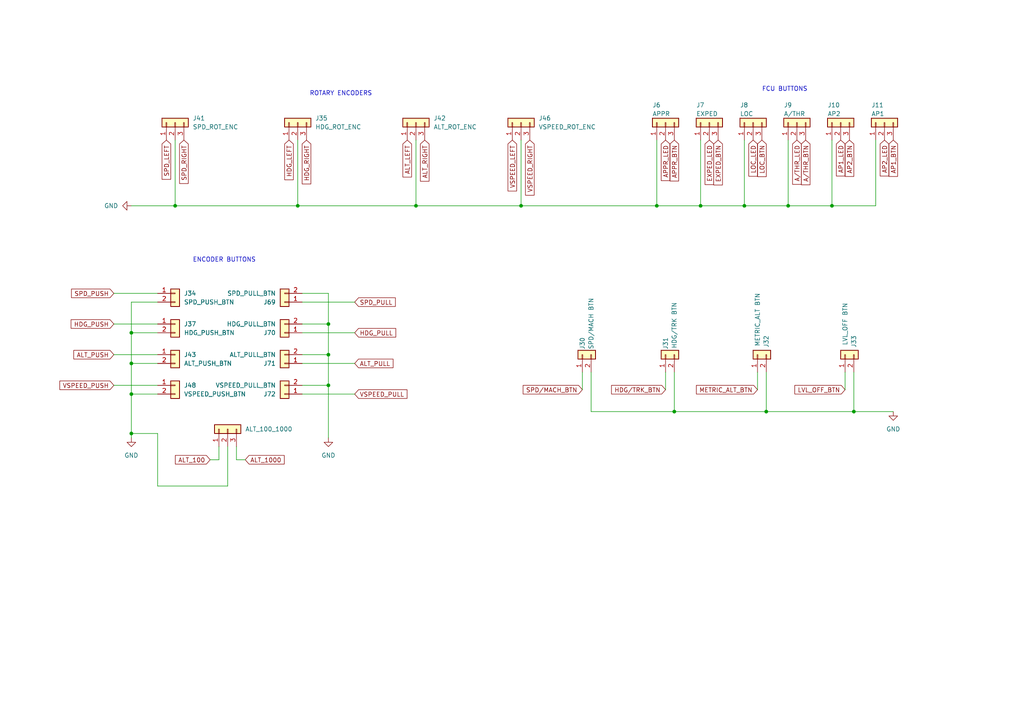
<source format=kicad_sch>
(kicad_sch (version 20231120) (generator "eeschema") (generator_version "8.0")
  (paper "A4")
  (title_block (title "FCU Mainboard schematics") (date "2024-03-05") (rev "1.0"))
  (lib_symbols
    (symbol "Connector_Generic:Conn_01x02" (pin_names (offset 1.016) hide)
      (property "Reference" "J" (at 0 2.54 0))
      (property "Value" "Conn_01x02" (at 0 -5.08 0))
      (symbol "Conn_01x02_1_1"
        (rectangle (start -1.27 -2.413) (end 0 -2.667) (stroke (width 0.1524)))
        (rectangle (start -1.27 0.127) (end 0 -0.127) (stroke (width 0.1524)))
        (rectangle (start -1.27 1.27) (end 1.27 -3.81) (stroke (width 0.254)) (fill (type background)))
        (pin passive line (at -5.08 0 0) (length 3.81) (name "Pin_1") (number "1"))
        (pin passive line (at -5.08 -2.54 0) (length 3.81) (name "Pin_2") (number "2"))
      )
    )
    (symbol "Connector_Generic:Conn_01x03" (pin_names (offset 1.016) hide)
      (property "Reference" "J" (at 0 5.08 0))
      (property "Value" "Conn_01x03" (at 0 -5.08 0))
      (symbol "Conn_01x03_1_1"
        (rectangle (start -1.27 -2.413) (end 0 -2.667) (stroke (width 0.1524)))
        (rectangle (start -1.27 0.127) (end 0 -0.127) (stroke (width 0.1524)))
        (rectangle (start -1.27 2.667) (end 0 2.413) (stroke (width 0.1524)))
        (rectangle (start -1.27 3.81) (end 1.27 -3.81) (stroke (width 0.254)) (fill (type background)))
        (pin passive line (at -5.08 2.54 0) (length 3.81) (name "Pin_1") (number "1"))
        (pin passive line (at -5.08 0 0) (length 3.81) (name "Pin_2") (number "2"))
        (pin passive line (at -5.08 -2.54 0) (length 3.81) (name "Pin_3") (number "3"))
      )
    )
    (symbol "power:GND" (power) (pin_names (offset 0))
      (property "Value" "GND" (at 0 -3.81 0))
      (symbol "GND_0_1"
        (polyline (pts (xy 0 0) (xy 0 -1.27) (xy 1.27 -1.27) (xy 0 -2.54) (xy -1.27 -1.27) (xy 0 -1.27)))
      )
      (symbol "GND_1_1"
        (pin power_in line (at 0 0 270) (length 0) hide (name "GND") (number "1"))
      )
    )
  )
  (junction (at 95.25 111.76))
  (junction (at 38.1 96.52))
  (junction (at 241.3 59.69))
  (junction (at 86.36 59.69))
  (junction (at 38.1 125.73))
  (junction (at 228.6 59.69))
  (junction (at 215.9 59.69))
  (junction (at 190.5 59.69))
  (junction (at 195.58 119.38))
  (junction (at 151.13 59.69))
  (junction (at 38.1 105.41))
  (junction (at 38.1 114.3))
  (junction (at 95.25 102.87))
  (junction (at 222.25 119.38))
  (junction (at 203.2 59.69))
  (junction (at 247.65 119.38))
  (junction (at 95.25 93.98))
  (junction (at 50.8 59.69))
  (junction (at 120.65 59.69))
  (wire (pts (xy 66.04 129.54) (xy 66.04 140.97)))
  (wire (pts (xy 222.25 107.95) (xy 222.25 119.38)))
  (wire (pts (xy 245.11 107.95) (xy 245.11 113.03)))
  (wire (pts (xy 87.63 105.41) (xy 102.87 105.41)))
  (wire (pts (xy 215.9 59.69) (xy 228.6 59.69)))
  (wire (pts (xy 87.63 102.87) (xy 95.25 102.87)))
  (wire (pts (xy 87.63 93.98) (xy 95.25 93.98)))
  (wire (pts (xy 151.13 59.69) (xy 190.5 59.69)))
  (wire (pts (xy 38.1 114.3) (xy 45.72 114.3)))
  (wire (pts (xy 215.9 40.64) (xy 215.9 59.69)))
  (wire (pts (xy 71.12 133.35) (xy 68.58 133.35)))
  (wire (pts (xy 87.63 111.76) (xy 95.25 111.76)))
  (wire (pts (xy 38.1 125.73) (xy 38.1 127)))
  (wire (pts (xy 33.02 85.09) (xy 45.72 85.09)))
  (wire (pts (xy 228.6 59.69) (xy 241.3 59.69)))
  (wire (pts (xy 228.6 40.64) (xy 228.6 59.69)))
  (wire (pts (xy 45.72 140.97) (xy 45.72 125.73)))
  (wire (pts (xy 60.96 133.35) (xy 63.5 133.35)))
  (wire (pts (xy 87.63 114.3) (xy 102.87 114.3)))
  (wire (pts (xy 203.2 59.69) (xy 215.9 59.69)))
  (wire (pts (xy 38.1 105.41) (xy 38.1 114.3)))
  (wire (pts (xy 50.8 40.64) (xy 50.8 59.69)))
  (wire (pts (xy 86.36 59.69) (xy 50.8 59.69)))
  (wire (pts (xy 190.5 59.69) (xy 203.2 59.69)))
  (wire (pts (xy 222.25 119.38) (xy 247.65 119.38)))
  (wire (pts (xy 45.72 87.63) (xy 38.1 87.63)))
  (wire (pts (xy 33.02 102.87) (xy 45.72 102.87)))
  (wire (pts (xy 241.3 59.69) (xy 254 59.69)))
  (wire (pts (xy 241.3 40.64) (xy 241.3 59.69)))
  (wire (pts (xy 168.91 107.95) (xy 168.91 113.03)))
  (wire (pts (xy 33.02 111.76) (xy 45.72 111.76)))
  (wire (pts (xy 87.63 96.52) (xy 102.87 96.52)))
  (wire (pts (xy 38.1 87.63) (xy 38.1 96.52)))
  (wire (pts (xy 247.65 107.95) (xy 247.65 119.38)))
  (wire (pts (xy 66.04 140.97) (xy 45.72 140.97)))
  (wire (pts (xy 38.1 96.52) (xy 38.1 105.41)))
  (wire (pts (xy 95.25 111.76) (xy 95.25 127)))
  (wire (pts (xy 247.65 119.38) (xy 259.08 119.38)))
  (wire (pts (xy 120.65 59.69) (xy 86.36 59.69)))
  (wire (pts (xy 195.58 107.95) (xy 195.58 119.38)))
  (wire (pts (xy 151.13 40.64) (xy 151.13 59.69)))
  (wire (pts (xy 190.5 40.64) (xy 190.5 59.69)))
  (wire (pts (xy 171.45 119.38) (xy 195.58 119.38)))
  (wire (pts (xy 254 59.69) (xy 254 40.64)))
  (wire (pts (xy 151.13 59.69) (xy 120.65 59.69)))
  (wire (pts (xy 193.04 107.95) (xy 193.04 113.03)))
  (wire (pts (xy 50.8 59.69) (xy 38.1 59.69)))
  (wire (pts (xy 38.1 114.3) (xy 38.1 125.73)))
  (wire (pts (xy 219.71 107.95) (xy 219.71 113.03)))
  (wire (pts (xy 87.63 87.63) (xy 102.87 87.63)))
  (wire (pts (xy 195.58 119.38) (xy 222.25 119.38)))
  (wire (pts (xy 45.72 125.73) (xy 38.1 125.73)))
  (wire (pts (xy 95.25 85.09) (xy 95.25 93.98)))
  (wire (pts (xy 95.25 93.98) (xy 95.25 102.87)))
  (wire (pts (xy 87.63 85.09) (xy 95.25 85.09)))
  (wire (pts (xy 68.58 133.35) (xy 68.58 129.54)))
  (wire (pts (xy 63.5 133.35) (xy 63.5 129.54)))
  (wire (pts (xy 33.02 93.98) (xy 45.72 93.98)))
  (wire (pts (xy 38.1 105.41) (xy 45.72 105.41)))
  (wire (pts (xy 171.45 107.95) (xy 171.45 119.38)))
  (wire (pts (xy 120.65 40.64) (xy 120.65 59.69)))
  (wire (pts (xy 203.2 40.64) (xy 203.2 59.69)))
  (wire (pts (xy 86.36 40.64) (xy 86.36 59.69)))
  (wire (pts (xy 95.25 102.87) (xy 95.25 111.76)))
  (wire (pts (xy 38.1 96.52) (xy 45.72 96.52)))
  (text "ROTARY ENCODERS" (at 107.95 27.94 0) (effects (font (size 1.27 1.27)) (justify right bottom)))
  (text "ENCODER BUTTONS" (at 55.88 76.2 0) (effects (font (size 1.27 1.27)) (justify left bottom)))
  (text "FCU BUTTONS" (at 220.98 26.67 0) (effects (font (size 1.27 1.27)) (justify left bottom)))
  (global_label "ALT_PULL" (shape input) (at 102.87 105.41 0) (property "Intersheetrefs" "${INTERSHEET_REFS}" (effects (hide yes))))
  (global_label "ALT_PUSH" (shape input) (at 33.02 102.87 180) (property "Intersheetrefs" "${INTERSHEET_REFS}" (effects (hide yes))))
  (global_label "AP2_BTN" (shape input) (at 246.38 40.64 270) (property "Intersheetrefs" "${INTERSHEET_REFS}" (effects (hide yes))))
  (global_label "SPD_RIGHT" (shape input) (at 53.34 40.64 270) (property "Intersheetrefs" "${INTERSHEET_REFS}" (effects (hide yes))))
  (global_label "EXPED_BTN" (shape input) (at 208.28 40.64 270) (property "Intersheetrefs" "${INTERSHEET_REFS}" (effects (hide yes))))
  (global_label "LOC_BTN" (shape input) (at 220.98 40.64 270) (property "Intersheetrefs" "${INTERSHEET_REFS}" (effects (hide yes))))
  (global_label "APPR_BTN" (shape input) (at 195.58 40.64 270) (property "Intersheetrefs" "${INTERSHEET_REFS}" (effects (hide yes))))
  (global_label "A{slash}THR_BTN" (shape input) (at 233.68 40.64 270) (property "Intersheetrefs" "${INTERSHEET_REFS}" (effects (hide yes))))
  (global_label "AP1_LED" (shape input) (at 243.84 40.64 270) (property "Intersheetrefs" "${INTERSHEET_REFS}" (effects (hide yes))))
  (global_label "HDG{slash}TRK_BTN" (shape input) (at 193.04 113.03 180) (property "Intersheetrefs" "${INTERSHEET_REFS}" (effects (hide yes))))
  (global_label "ALT_100" (shape input) (at 60.96 133.35 180) (property "Intersheetrefs" "${INTERSHEET_REFS}" (effects (hide yes))))
  (global_label "VSPEED_RIGHT" (shape input) (at 153.67 40.64 270) (property "Intersheetrefs" "${INTERSHEET_REFS}" (effects (hide yes))))
  (global_label "SPD_LEFT" (shape input) (at 48.26 40.64 270) (property "Intersheetrefs" "${INTERSHEET_REFS}" (effects (hide yes))))
  (global_label "ALT_RIGHT" (shape input) (at 123.19 40.64 270) (property "Intersheetrefs" "${INTERSHEET_REFS}" (effects (hide yes))))
  (global_label "APPR_LED" (shape input) (at 193.04 40.64 270) (property "Intersheetrefs" "${INTERSHEET_REFS}" (effects (hide yes))))
  (global_label "ALT_1000" (shape input) (at 71.12 133.35 0) (property "Intersheetrefs" "${INTERSHEET_REFS}" (effects (hide yes))))
  (global_label "HDG_LEFT" (shape input) (at 83.82 40.64 270) (property "Intersheetrefs" "${INTERSHEET_REFS}" (effects (hide yes))))
  (global_label "ALT_LEFT" (shape input) (at 118.11 40.64 270) (property "Intersheetrefs" "${INTERSHEET_REFS}" (effects (hide yes))))
  (global_label "LOC_LED" (shape input) (at 218.44 40.64 270) (property "Intersheetrefs" "${INTERSHEET_REFS}" (effects (hide yes))))
  (global_label "SPD_PULL" (shape input) (at 102.87 87.63 0) (property "Intersheetrefs" "${INTERSHEET_REFS}" (effects (hide yes))))
  (global_label "EXPED_LED" (shape input) (at 205.74 40.64 270) (property "Intersheetrefs" "${INTERSHEET_REFS}" (effects (hide yes))))
  (global_label "SPD{slash}MACH_BTN" (shape input) (at 168.91 113.03 180) (property "Intersheetrefs" "${INTERSHEET_REFS}" (effects (hide yes))))
  (global_label "SPD_PUSH" (shape input) (at 33.02 85.09 180) (property "Intersheetrefs" "${INTERSHEET_REFS}" (effects (hide yes))))
  (global_label "HDG_PUSH" (shape input) (at 33.02 93.98 180) (property "Intersheetrefs" "${INTERSHEET_REFS}" (effects (hide yes))))
  (global_label "HDG_PULL" (shape input) (at 102.87 96.52 0) (property "Intersheetrefs" "${INTERSHEET_REFS}" (effects (hide yes))))
  (global_label "A{slash}THR_LED" (shape input) (at 231.14 40.64 270) (property "Intersheetrefs" "${INTERSHEET_REFS}" (effects (hide yes))))
  (global_label "VSPEED_PULL" (shape input) (at 102.87 114.3 0) (property "Intersheetrefs" "${INTERSHEET_REFS}" (effects (hide yes))))
  (global_label "VSPEED_LEFT" (shape input) (at 148.59 40.64 270) (property "Intersheetrefs" "${INTERSHEET_REFS}" (effects (hide yes))))
  (global_label "LVL_OFF_BTN" (shape input) (at 245.11 113.03 180) (property "Intersheetrefs" "${INTERSHEET_REFS}" (effects (hide yes))))
  (global_label "METRIC_ALT_BTN" (shape input) (at 219.71 113.03 180) (property "Intersheetrefs" "${INTERSHEET_REFS}" (effects (hide yes))))
  (global_label "VSPEED_PUSH" (shape input) (at 33.02 111.76 180) (property "Intersheetrefs" "${INTERSHEET_REFS}" (effects (hide yes))))
  (global_label "AP1_BTN" (shape input) (at 259.08 40.64 270) (property "Intersheetrefs" "${INTERSHEET_REFS}" (effects (hide yes))))
  (global_label "AP2_LED" (shape input) (at 256.54 40.64 270) (property "Intersheetrefs" "${INTERSHEET_REFS}" (effects (hide yes))))
  (global_label "HDG_RIGHT" (shape input) (at 88.9 40.64 270) (property "Intersheetrefs" "${INTERSHEET_REFS}" (effects (hide yes))))
  (symbol (lib_id "Connector_Generic:Conn_01x03") (at 151.13 35.56 90) (unit 1)
    (property "Reference" "J46" (at 156.21 34.29 90) (effects (justify right)))
    (property "Value" "VSPEED_ROT_ENC" (at 156.21 36.83 90) (effects (justify right)))
    (property "Footprint" "Connector_JST:JST_EH_B3B-EH-A_1x03_P2.50mm_Vertical" (effects (hide yes)))
  )
  (symbol (lib_id "Connector_Generic:Conn_01x03") (at 218.44 35.56 90) (unit 1)
    (property "Reference" "J8" (at 214.63 30.48 90) (effects (justify right)))
    (property "Value" "LOC" (at 214.63 33.02 90) (effects (justify right)))
    (property "Footprint" "Connector_JST:JST_EH_B3B-EH-A_1x03_P2.50mm_Vertical" (effects (hide yes)))
  )
  (symbol (lib_id "Connector_Generic:Conn_01x03") (at 50.8 35.56 90) (unit 1)
    (property "Reference" "J41" (at 55.88 34.29 90) (effects (justify right)))
    (property "Value" "SPD_ROT_ENC" (at 55.88 36.83 90) (effects (justify right)))
    (property "Footprint" "Connector_JST:JST_EH_B3B-EH-A_1x03_P2.50mm_Vertical" (effects (hide yes)))
  )
  (symbol (lib_id "Connector_Generic:Conn_01x03") (at 231.14 35.56 90) (unit 1)
    (property "Reference" "J9" (at 227.33 30.48 90) (effects (justify right)))
    (property "Value" "A/THR" (at 227.33 33.02 90) (effects (justify right)))
    (property "Footprint" "Connector_JST:JST_EH_B3B-EH-A_1x03_P2.50mm_Vertical" (effects (hide yes)))
  )
  (symbol (lib_id "power:GND") (at 38.1 59.69 270) (unit 1)
    (property "Reference" "#PWR01" (effects (hide yes)))
    (property "Value" "GND" (at 34.29 59.69 90) (effects (justify right)))
  )
  (symbol (lib_id "Connector_Generic:Conn_01x02") (at 219.71 102.87 90) (unit 1)
    (property "Reference" "J32" (at 222.25 99.06 0))
    (property "Value" "METRIC_ALT BTN" (at 219.71 92.71 0))
    (property "Footprint" "Connector_JST:JST_EH_B2B-EH-A_1x02_P2.50mm_Vertical" (effects (hide yes)))
  )
  (symbol (lib_id "Connector_Generic:Conn_01x02") (at 82.55 105.41 180) (unit 1)
    (property "Reference" "J71" (at 80.01 105.41 0) (effects (justify left)))
    (property "Value" "ALT_PULL_BTN" (at 80.01 102.87 0) (effects (justify left)))
    (property "Footprint" "Connector_JST:JST_EH_B2B-EH-A_1x02_P2.50mm_Vertical" (effects (hide yes)))
  )
  (symbol (lib_id "power:GND") (at 38.1 127 0) (unit 1)
    (property "Reference" "#PWR02" (effects (hide yes)))
    (property "Value" "GND" (at 38.1 132.08 0))
  )
  (symbol (lib_id "Connector_Generic:Conn_01x02") (at 168.91 102.87 90) (unit 1)
    (property "Reference" "J30" (at 168.91 97.79 0) (effects (justify right)))
    (property "Value" "SPD/MACH BTN" (at 171.45 86.36 0) (effects (justify right)))
    (property "Footprint" "Connector_JST:JST_EH_B2B-EH-A_1x02_P2.50mm_Vertical" (effects (hide yes)))
  )
  (symbol (lib_id "Connector_Generic:Conn_01x03") (at 66.04 124.46 90) (unit 1)
    (property "Reference" "J45" (effects (hide yes)))
    (property "Value" "ALT_100_1000" (at 71.12 124.46 90) (effects (justify right)))
    (property "Footprint" "Connector_JST:JST_EH_B3B-EH-A_1x03_P2.50mm_Vertical" (effects (hide yes)))
  )
  (symbol (lib_id "Connector_Generic:Conn_01x02") (at 245.11 102.87 90) (unit 1)
    (property "Reference" "J33" (at 247.65 99.06 0))
    (property "Value" "LVL_OFF BTN" (at 245.11 93.98 0))
    (property "Footprint" "Connector_JST:JST_EH_B2B-EH-A_1x02_P2.50mm_Vertical" (effects (hide yes)))
  )
  (symbol (lib_id "power:GND") (at 259.08 119.38 0) (unit 1)
    (property "Reference" "#PWR022" (effects (hide yes)))
    (property "Value" "GND" (at 259.08 124.46 0))
  )
  (symbol (lib_id "Connector_Generic:Conn_01x03") (at 193.04 35.56 90) (unit 1)
    (property "Reference" "J6" (at 189.23 30.48 90) (effects (justify right)))
    (property "Value" "APPR" (at 189.23 33.02 90) (effects (justify right)))
    (property "Footprint" "Connector_JST:JST_EH_B3B-EH-A_1x03_P2.50mm_Vertical" (effects (hide yes)))
  )
  (symbol (lib_id "Connector_Generic:Conn_01x02") (at 50.8 111.76 0) (unit 1)
    (property "Reference" "J48" (at 53.34 111.76 0) (effects (justify left)))
    (property "Value" "VSPEED_PUSH_BTN" (at 53.34 114.3 0) (effects (justify left)))
    (property "Footprint" "Connector_JST:JST_EH_B2B-EH-A_1x02_P2.50mm_Vertical" (effects (hide yes)))
  )
  (symbol (lib_id "Connector_Generic:Conn_01x03") (at 86.36 35.56 90) (unit 1)
    (property "Reference" "J35" (at 91.44 34.29 90) (effects (justify right)))
    (property "Value" "HDG_ROT_ENC" (at 91.44 36.83 90) (effects (justify right)))
    (property "Footprint" "Connector_JST:JST_EH_B3B-EH-A_1x03_P2.50mm_Vertical" (effects (hide yes)))
  )
  (symbol (lib_id "Connector_Generic:Conn_01x03") (at 256.54 35.56 90) (unit 1)
    (property "Reference" "J11" (at 252.73 30.48 90) (effects (justify right)))
    (property "Value" "AP1" (at 252.73 33.02 90) (effects (justify right)))
    (property "Footprint" "Connector_JST:JST_EH_B3B-EH-A_1x03_P2.50mm_Vertical" (effects (hide yes)))
  )
  (symbol (lib_id "Connector_Generic:Conn_01x02") (at 193.04 102.87 90) (unit 1)
    (property "Reference" "J31" (at 193.04 97.79 0) (effects (justify right)))
    (property "Value" "HDG/TRK BTN" (at 195.58 87.63 0) (effects (justify right)))
    (property "Footprint" "Connector_JST:JST_EH_B2B-EH-A_1x02_P2.50mm_Vertical" (effects (hide yes)))
  )
  (symbol (lib_id "Connector_Generic:Conn_01x02") (at 82.55 114.3 180) (unit 1)
    (property "Reference" "J72" (at 80.01 114.3 0) (effects (justify left)))
    (property "Value" "VSPEED_PULL_BTN" (at 80.01 111.76 0) (effects (justify left)))
    (property "Footprint" "Connector_JST:JST_EH_B2B-EH-A_1x02_P2.50mm_Vertical" (effects (hide yes)))
  )
  (symbol (lib_id "Connector_Generic:Conn_01x02") (at 50.8 102.87 0) (unit 1)
    (property "Reference" "J43" (at 53.34 102.87 0) (effects (justify left)))
    (property "Value" "ALT_PUSH_BTN" (at 53.34 105.41 0) (effects (justify left)))
    (property "Footprint" "Connector_JST:JST_EH_B2B-EH-A_1x02_P2.50mm_Vertical" (effects (hide yes)))
  )
  (symbol (lib_id "power:GND") (at 95.25 127 0) (unit 1)
    (property "Reference" "#PWR08" (effects (hide yes)))
    (property "Value" "GND" (at 95.25 132.08 0))
  )
  (symbol (lib_id "Connector_Generic:Conn_01x02") (at 82.55 87.63 180) (unit 1)
    (property "Reference" "J69" (at 80.01 87.63 0) (effects (justify left)))
    (property "Value" "SPD_PULL_BTN" (at 80.01 85.09 0) (effects (justify left)))
    (property "Footprint" "Connector_JST:JST_EH_B2B-EH-A_1x02_P2.50mm_Vertical" (effects (hide yes)))
  )
  (symbol (lib_id "Connector_Generic:Conn_01x02") (at 50.8 93.98 0) (unit 1)
    (property "Reference" "J37" (at 53.34 93.98 0) (effects (justify left)))
    (property "Value" "HDG_PUSH_BTN" (at 53.34 96.52 0) (effects (justify left)))
    (property "Footprint" "Connector_JST:JST_EH_B2B-EH-A_1x02_P2.50mm_Vertical" (effects (hide yes)))
  )
  (symbol (lib_id "Connector_Generic:Conn_01x03") (at 205.74 35.56 90) (unit 1)
    (property "Reference" "J7" (at 201.93 30.48 90) (effects (justify right)))
    (property "Value" "EXPED" (at 201.93 33.02 90) (effects (justify right)))
    (property "Footprint" "Connector_JST:JST_EH_B3B-EH-A_1x03_P2.50mm_Vertical" (effects (hide yes)))
  )
  (symbol (lib_id "Connector_Generic:Conn_01x03") (at 243.84 35.56 90) (unit 1)
    (property "Reference" "J10" (at 240.03 30.48 90) (effects (justify right)))
    (property "Value" "AP2" (at 240.03 33.02 90) (effects (justify right)))
    (property "Footprint" "Connector_JST:JST_EH_B3B-EH-A_1x03_P2.50mm_Vertical" (effects (hide yes)))
  )
  (symbol (lib_id "Connector_Generic:Conn_01x02") (at 82.55 96.52 180) (unit 1)
    (property "Reference" "J70" (at 80.01 96.52 0) (effects (justify left)))
    (property "Value" "HDG_PULL_BTN" (at 80.01 93.98 0) (effects (justify left)))
    (property "Footprint" "Connector_JST:JST_EH_B2B-EH-A_1x02_P2.50mm_Vertical" (effects (hide yes)))
  )
  (symbol (lib_id "Connector_Generic:Conn_01x02") (at 50.8 85.09 0) (unit 1)
    (property "Reference" "J34" (at 53.34 85.09 0) (effects (justify left)))
    (property "Value" "SPD_PUSH_BTN" (at 53.34 87.63 0) (effects (justify left)))
    (property "Footprint" "Connector_JST:JST_EH_B2B-EH-A_1x02_P2.50mm_Vertical" (effects (hide yes)))
  )
  (symbol (lib_id "Connector_Generic:Conn_01x03") (at 120.65 35.56 90) (unit 1)
    (property "Reference" "J42" (at 125.73 34.29 90) (effects (justify right)))
    (property "Value" "ALT_ROT_ENC" (at 125.73 36.83 90) (effects (justify right)))
    (property "Footprint" "Connector_JST:JST_EH_B3B-EH-A_1x03_P2.50mm_Vertical" (effects (hide yes)))
  )
)
</source>
